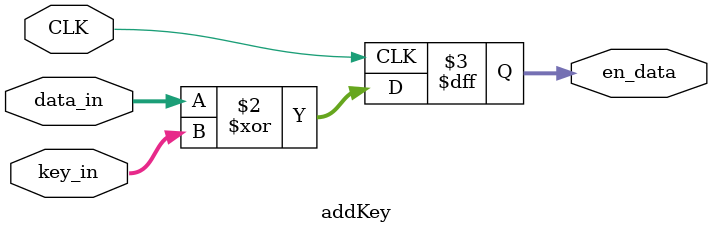
<source format=v>

`timescale 1ns/100ps 

module addKey(input [127:0] data_in, key_in, input CLK, output reg [127:0] en_data);

always @ (posedge CLK) begin

en_data <= data_in ^ key_in;

end


endmodule

</source>
